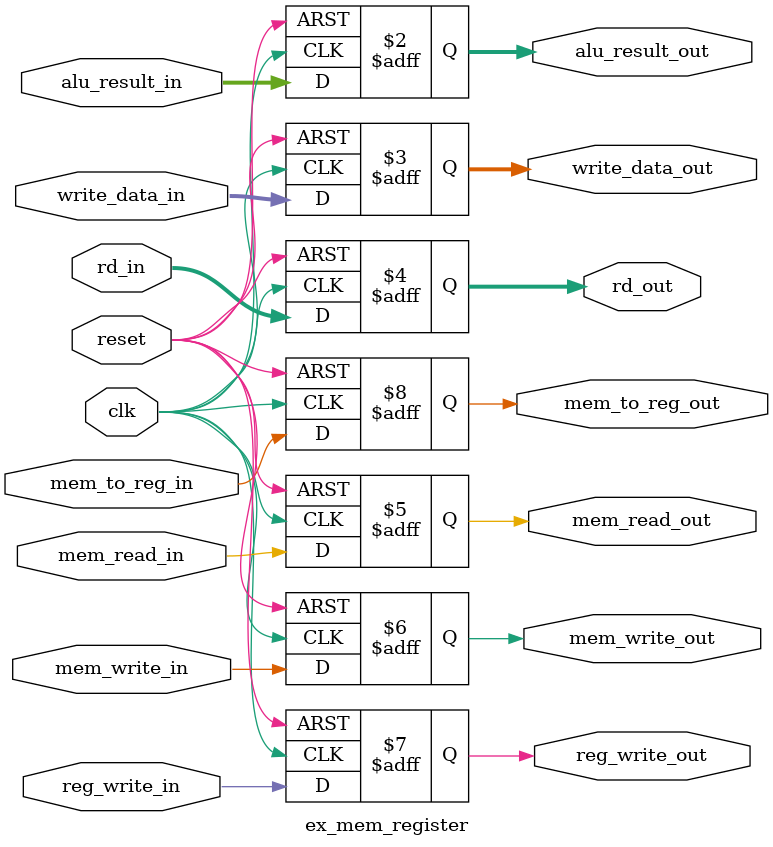
<source format=v>
`timescale 1ns / 1ps

module ex_mem_register(
    input clk,
    input reset,
    input [7:0] alu_result_in,
    input [7:0] write_data_in,
    input [2:0] rd_in,
    input mem_read_in,
    input mem_write_in,
    input reg_write_in,
    input mem_to_reg_in,
    output reg [7:0] alu_result_out,
    output reg [7:0] write_data_out,
    output reg [2:0] rd_out,
    output reg mem_read_out,
    output reg mem_write_out,
    output reg reg_write_out,
    output reg mem_to_reg_out
);

always @(posedge clk or posedge reset) begin
    if (reset) begin
        alu_result_out <= 8'd0;
        write_data_out <= 8'd0;
        rd_out <= 3'd0;
        mem_read_out <= 0;
        mem_write_out <= 0;
        reg_write_out <= 0;
        mem_to_reg_out <= 0;
    end else begin
        alu_result_out <= alu_result_in;
        write_data_out <= write_data_in;
        rd_out <= rd_in;
        mem_read_out <= mem_read_in;
        mem_write_out <= mem_write_in;
        reg_write_out <= reg_write_in;
        mem_to_reg_out <= mem_to_reg_in;
    end
end

endmodule

</source>
